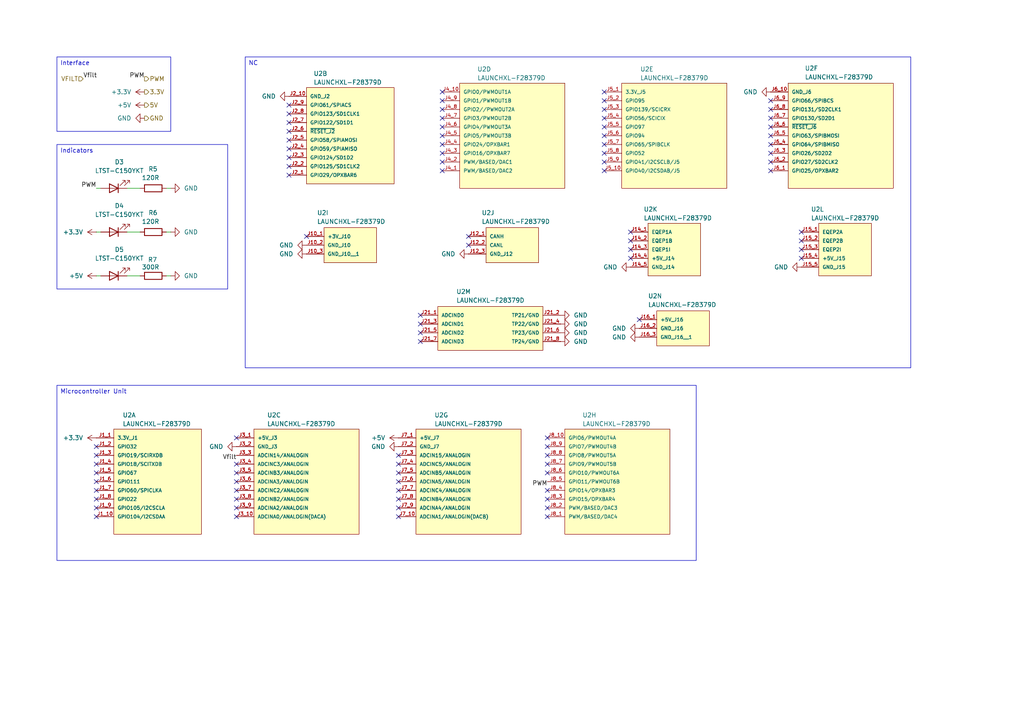
<source format=kicad_sch>
(kicad_sch (version 20231120) (generator "eeschema") (generator_version "8.0")
  (paper "A4")
  (title_block (title "Nuclear Buck Converter") (date "2025-02-24") (rev "1") (company "University of Windsor") (comment 1 "Sahana Jayatilaka") (comment 2 "Gavin Feher") (comment 3 "Collin O'Brien"))
  (lib_symbols
    (symbol "Device:LED" (pin_numbers hide) (pin_names (offset 1.016) hide)
      (property "Reference" "D" (at 0 2.54 0))
      (property "Value" "LED" (at 0 -2.54 0))
      (symbol "LED_0_1"
        (polyline (pts (xy -1.27 -1.27) (xy -1.27 1.27)) (stroke (width 0.254)))
        (polyline (pts (xy -1.27 0) (xy 1.27 0)))
        (polyline (pts (xy 1.27 -1.27) (xy 1.27 1.27) (xy -1.27 0) (xy 1.27 -1.27)) (stroke (width 0.254)))
        (polyline (pts (xy -3.048 -0.762) (xy -4.572 -2.286) (xy -3.81 -2.286) (xy -4.572 -2.286) (xy -4.572 -1.524)))
        (polyline (pts (xy -1.778 -0.762) (xy -3.302 -2.286) (xy -2.54 -2.286) (xy -3.302 -2.286) (xy -3.302 -1.524)))
      )
      (symbol "LED_1_1"
        (pin passive line (at -3.81 0 0) (length 2.54) (name "K") (number "1"))
        (pin passive line (at 3.81 0 180) (length 2.54) (name "A") (number "2"))
      )
    )
    (symbol "Device:R" (pin_numbers hide) (pin_names (offset 0))
      (property "Reference" "R" (at 2.032 0 90))
      (property "Value" "R" (at 0 0 90))
      (symbol "R_0_1"
        (rectangle (start -1.016 -2.54) (end 1.016 2.54) (stroke (width 0.254)))
      )
      (symbol "R_1_1"
        (pin passive line (at 0 3.81 270) (length 1.27) (name "~") (number "1"))
        (pin passive line (at 0 -3.81 90) (length 1.27) (name "~") (number "2"))
      )
    )
    (symbol "LAUNCHXL-F28379D:LAUNCHXL-F28379D" (pin_names (offset 1.016))
      (property "Reference" "U" (at -12.2428 15.9258 0))
      (property "Value" "LAUNCHXL-F28379D" (at -12.7 -17.272 0))
      (symbol "LAUNCHXL-F28379D_1_0"
        (rectangle (start -12.7 -15.24) (end 12.7 15.24) (stroke (width 0.1524)) (fill (type background)))
        (pin power_in line (at -17.78 12.7 0) (length 5.08) (name "3.3V_J1") (number "J1_1"))
        (pin bidirectional line (at -17.78 -10.16 0) (length 5.08) (name "GPIO104/I2CSDAA") (number "J1_10"))
        (pin bidirectional line (at -17.78 10.16 0) (length 5.08) (name "GPIO32") (number "J1_2"))
        (pin bidirectional line (at -17.78 7.62 0) (length 5.08) (name "GPIO19/SCIRXDB") (number "J1_3"))
        (pin bidirectional line (at -17.78 5.08 0) (length 5.08) (name "GPIO18/SCITXDB") (number "J1_4"))
        (pin bidirectional line (at -17.78 2.54 0) (length 5.08) (name "GPIO67") (number "J1_5"))
        (pin bidirectional line (at -17.78 0 0) (length 5.08) (name "GPIO111") (number "J1_6"))
        (pin bidirectional line (at -17.78 -2.54 0) (length 5.08) (name "GPIO60/SPICLKA") (number "J1_7"))
        (pin bidirectional line (at -17.78 -5.08 0) (length 5.08) (name "GPIO22") (number "J1_8"))
        (pin bidirectional line (at -17.78 -7.62 0) (length 5.08) (name "GPIO105/I2CSCLA") (number "J1_9"))
      )
      (symbol "LAUNCHXL-F28379D_2_0"
        (rectangle (start -12.7 -12.7) (end 12.7 15.24) (stroke (width 0.1524)) (fill (type background)))
        (pin bidirectional line (at -17.78 -10.16 0) (length 5.08) (name "GPIO29/OPXBAR6") (number "J2_1"))
        (pin power_in line (at -17.78 12.7 0) (length 5.08) (name "GND_J2") (number "J2_10"))
        (pin bidirectional line (at -17.78 -7.62 0) (length 5.08) (name "GPIO125/SD1CLK2") (number "J2_2"))
        (pin bidirectional line (at -17.78 -5.08 0) (length 5.08) (name "GPIO124/SD1D2") (number "J2_3"))
        (pin bidirectional line (at -17.78 -2.54 0) (length 5.08) (name "GPIO59/SPIAMISO") (number "J2_4"))
        (pin bidirectional line (at -17.78 0 0) (length 5.08) (name "GPIO58/SPIAMOSI") (number "J2_5"))
        (pin bidirectional line (at -17.78 2.54 0) (length 5.08) (name "~{RESET_J2}") (number "J2_6"))
        (pin bidirectional line (at -17.78 5.08 0) (length 5.08) (name "GPIO122/SD1D1") (number "J2_7"))
        (pin bidirectional line (at -17.78 7.62 0) (length 5.08) (name "GPIO123/SD1CLK1") (number "J2_8"))
        (pin bidirectional line (at -17.78 10.16 0) (length 5.08) (name "GPIO61/SPIACS") (number "J2_9"))
      )
      (symbol "LAUNCHXL-F28379D_3_0"
        (rectangle (start -15.24 -15.24) (end 15.24 15.24) (stroke (width 0.1524)) (fill (type background)))
        (pin power_in line (at -20.32 12.7 0) (length 5.08) (name "+5V_J3") (number "J3_1"))
        (pin bidirectional line (at -20.32 -10.16 0) (length 5.08) (name "ADCINA0/ANALOGIN(DACA)") (number "J3_10"))
        (pin power_in line (at -20.32 10.16 0) (length 5.08) (name "GND_J3") (number "J3_2"))
        (pin bidirectional line (at -20.32 7.62 0) (length 5.08) (name "ADCIN14/ANALOGIN") (number "J3_3"))
        (pin bidirectional line (at -20.32 5.08 0) (length 5.08) (name "ADCINC3/ANALOGIN") (number "J3_4"))
        (pin bidirectional line (at -20.32 2.54 0) (length 5.08) (name "ADCINB3/ANALOGIN") (number "J3_5"))
        (pin bidirectional line (at -20.32 0 0) (length 5.08) (name "ADCINA3/ANALOGIN") (number "J3_6"))
        (pin bidirectional line (at -20.32 -2.54 0) (length 5.08) (name "ADCINC2/ANALOGIN") (number "J3_7"))
        (pin bidirectional line (at -20.32 -5.08 0) (length 5.08) (name "ADCINB2/ANALOGIN") (number "J3_8"))
        (pin bidirectional line (at -20.32 -7.62 0) (length 5.08) (name "ADCINA2/ANALOGIN") (number "J3_9"))
      )
      (symbol "LAUNCHXL-F28379D_4_0"
        (rectangle (start -15.24 -15.24) (end 15.24 15.24) (stroke (width 0.1524)) (fill (type background)))
        (pin bidirectional line (at -20.32 -10.16 0) (length 5.08) (name "PWM/BASED/DAC2") (number "J4_1"))
        (pin bidirectional line (at -20.32 12.7 0) (length 5.08) (name "GPIO0/PWMOUT1A") (number "J4_10"))
        (pin bidirectional line (at -20.32 -7.62 0) (length 5.08) (name "PWM/BASED/DAC1") (number "J4_2"))
        (pin bidirectional line (at -20.32 -5.08 0) (length 5.08) (name "GPIO16/OPXBAR7") (number "J4_3"))
        (pin bidirectional line (at -20.32 -2.54 0) (length 5.08) (name "GPIO24/OPXBAR1") (number "J4_4"))
        (pin bidirectional line (at -20.32 0 0) (length 5.08) (name "GPIO5/PWMOUT3B") (number "J4_5"))
        (pin bidirectional line (at -20.32 2.54 0) (length 5.08) (name "GPIO4/PWMOUT3A") (number "J4_6"))
        (pin bidirectional line (at -20.32 5.08 0) (length 5.08) (name "GPIO3/PWMOUT2B") (number "J4_7"))
        (pin bidirectional line (at -20.32 7.62 0) (length 5.08) (name "GPIO2//PWMOUT2A") (number "J4_8"))
        (pin bidirectional line (at -20.32 10.16 0) (length 5.08) (name "GPIO1/PWMOUT1B") (number "J4_9"))
      )
      (symbol "LAUNCHXL-F28379D_5_0"
        (rectangle (start -15.24 -15.24) (end 15.24 15.24) (stroke (width 0.1524)) (fill (type background)))
        (pin power_in line (at -20.32 12.7 0) (length 5.08) (name "3.3V_J5") (number "J5_1"))
        (pin bidirectional line (at -20.32 -10.16 0) (length 5.08) (name "GPIO40/I2CSDAB/J5") (number "J5_10"))
        (pin bidirectional line (at -20.32 10.16 0) (length 5.08) (name "GPIO95") (number "J5_2"))
        (pin bidirectional line (at -20.32 7.62 0) (length 5.08) (name "GPIO139/SCICRX") (number "J5_3"))
        (pin bidirectional line (at -20.32 5.08 0) (length 5.08) (name "GPIO56/SCICIX") (number "J5_4"))
        (pin bidirectional line (at -20.32 2.54 0) (length 5.08) (name "GPIO97") (number "J5_5"))
        (pin bidirectional line (at -20.32 0 0) (length 5.08) (name "GPIO94") (number "J5_6"))
        (pin bidirectional line (at -20.32 -2.54 0) (length 5.08) (name "GPIO65/SPIBCLK") (number "J5_7"))
        (pin bidirectional line (at -20.32 -5.08 0) (length 5.08) (name "GPIO52") (number "J5_8"))
        (pin bidirectional line (at -20.32 -7.62 0) (length 5.08) (name "GPIO41/I2CSCLB/J5") (number "J5_9"))
      )
      (symbol "LAUNCHXL-F28379D_6_0"
        (rectangle (start -15.24 -15.24) (end 15.24 15.24) (stroke (width 0.1524)) (fill (type background)))
        (pin bidirectional line (at -20.32 -10.16 0) (length 5.08) (name "GPIO25/OPXBAR2") (number "J6_1"))
        (pin power_in line (at -20.32 12.7 0) (length 5.08) (name "GND_J6") (number "J6_10"))
        (pin bidirectional line (at -20.32 -7.62 0) (length 5.08) (name "GPIO27/SD2CLK2") (number "J6_2"))
        (pin bidirectional line (at -20.32 -5.08 0) (length 5.08) (name "GPIO26/SD2D2") (number "J6_3"))
        (pin bidirectional line (at -20.32 -2.54 0) (length 5.08) (name "GPIO64/SPIBMISO") (number "J6_4"))
        (pin bidirectional line (at -20.32 0 0) (length 5.08) (name "GPIO63/SPIBMOSI") (number "J6_5"))
        (pin bidirectional line (at -20.32 2.54 0) (length 5.08) (name "~{RESET_J6}") (number "J6_6"))
        (pin bidirectional line (at -20.32 5.08 0) (length 5.08) (name "GPIO130/SD2D1") (number "J6_7"))
        (pin bidirectional line (at -20.32 7.62 0) (length 5.08) (name "GPIO131/SD2CLK1") (number "J6_8"))
        (pin bidirectional line (at -20.32 10.16 0) (length 5.08) (name "GPIO66/SPIBCS") (number "J6_9"))
      )
      (symbol "LAUNCHXL-F28379D_7_0"
        (rectangle (start -15.24 -15.24) (end 15.24 15.24) (stroke (width 0.1524)) (fill (type background)))
        (pin power_in line (at -20.32 12.7 0) (length 5.08) (name "+5V_J7") (number "J7_1"))
        (pin bidirectional line (at -20.32 -10.16 0) (length 5.08) (name "ADCINA1/ANALOGIN(DACB)") (number "J7_10"))
        (pin power_in line (at -20.32 10.16 0) (length 5.08) (name "GND_J7") (number "J7_2"))
        (pin bidirectional line (at -20.32 7.62 0) (length 5.08) (name "ADCIN15/ANALOGIN") (number "J7_3"))
        (pin bidirectional line (at -20.32 5.08 0) (length 5.08) (name "ADCINC5/ANALOGIN") (number "J7_4"))
        (pin bidirectional line (at -20.32 2.54 0) (length 5.08) (name "ADCINB5/ANALOGIN") (number "J7_5"))
        (pin bidirectional line (at -20.32 0 0) (length 5.08) (name "ADCINA5/ANALOGIN") (number "J7_6"))
        (pin bidirectional line (at -20.32 -2.54 0) (length 5.08) (name "ADCINC4/ANALOGIN") (number "J7_7"))
        (pin bidirectional line (at -20.32 -5.08 0) (length 5.08) (name "ADCINB4/ANALOGIN") (number "J7_8"))
        (pin bidirectional line (at -20.32 -7.62 0) (length 5.08) (name "ADCINA4/ANALOGIN") (number "J7_9"))
      )
      (symbol "LAUNCHXL-F28379D_8_0"
        (rectangle (start -15.24 -15.24) (end 15.24 15.24) (stroke (width 0.1524)) (fill (type background)))
        (pin bidirectional line (at -20.32 -10.16 0) (length 5.08) (name "PWM/BASED/DAC4") (number "J8_1"))
        (pin bidirectional line (at -20.32 12.7 0) (length 5.08) (name "GPIO6/PWMOUT4A") (number "J8_10"))
        (pin bidirectional line (at -20.32 -7.62 0) (length 5.08) (name "PWM/BASED/DAC3") (number "J8_2"))
        (pin bidirectional line (at -20.32 -5.08 0) (length 5.08) (name "GPIO15/OPXBAR4") (number "J8_3"))
        (pin bidirectional line (at -20.32 -2.54 0) (length 5.08) (name "GPIO14/OPXBAR3") (number "J8_4"))
        (pin bidirectional line (at -20.32 0 0) (length 5.08) (name "GPIO11/PWMOUT6B") (number "J8_5"))
        (pin bidirectional line (at -20.32 2.54 0) (length 5.08) (name "GPIO10/PWMOUT6A") (number "J8_6"))
        (pin bidirectional line (at -20.32 5.08 0) (length 5.08) (name "GPIO9/PWMOUT5B") (number "J8_7"))
        (pin bidirectional line (at -20.32 7.62 0) (length 5.08) (name "GPIO8/PWMOUT5A") (number "J8_8"))
        (pin bidirectional line (at -20.32 10.16 0) (length 5.08) (name "GPIO7/PWMOUT4B") (number "J8_9"))
      )
      (symbol "LAUNCHXL-F28379D_9_0"
        (rectangle (start -7.62 -7.62) (end 7.62 2.54) (stroke (width 0.1524)) (fill (type background)))
        (pin power_in line (at -12.7 0 0) (length 5.08) (name "+3V_J10") (number "J10_1"))
        (pin power_in line (at -12.7 -2.54 0) (length 5.08) (name "GND_J10") (number "J10_2"))
        (pin power_in line (at -12.7 -5.08 0) (length 5.08) (name "GND_J10__1") (number "J10_3"))
      )
      (symbol "LAUNCHXL-F28379D_10_0"
        (rectangle (start -7.62 -5.08) (end 7.62 5.08) (stroke (width 0.1524)) (fill (type background)))
        (pin bidirectional line (at -12.7 2.54 0) (length 5.08) (name "CANH") (number "J12_1"))
        (pin bidirectional line (at -12.7 0 0) (length 5.08) (name "CANL") (number "J12_2"))
        (pin power_in line (at -12.7 -2.54 0) (length 5.08) (name "GND_J12") (number "J12_3"))
      )
      (symbol "LAUNCHXL-F28379D_11_0"
        (rectangle (start -7.62 -7.62) (end 7.62 7.62) (stroke (width 0.1524)) (fill (type background)))
        (pin bidirectional line (at -12.7 5.08 0) (length 5.08) (name "EQEP1A") (number "J14_1"))
        (pin bidirectional line (at -12.7 2.54 0) (length 5.08) (name "EQEP1B") (number "J14_2"))
        (pin bidirectional line (at -12.7 0 0) (length 5.08) (name "EQEP1I") (number "J14_3"))
        (pin power_in line (at -12.7 -2.54 0) (length 5.08) (name "+5V_J14") (number "J14_4"))
        (pin power_in line (at -12.7 -5.08 0) (length 5.08) (name "GND_J14") (number "J14_5"))
      )
      (symbol "LAUNCHXL-F28379D_12_0"
        (rectangle (start -7.62 -7.62) (end 7.62 7.62) (stroke (width 0.1524)) (fill (type background)))
        (pin bidirectional line (at -12.7 5.08 0) (length 5.08) (name "EQEP2A") (number "J15_1"))
        (pin bidirectional line (at -12.7 2.54 0) (length 5.08) (name "EQEP2B") (number "J15_2"))
        (pin bidirectional line (at -12.7 0 0) (length 5.08) (name "EQEP2I") (number "J15_3"))
        (pin power_in line (at -12.7 -2.54 0) (length 5.08) (name "+5V_J15") (number "J15_4"))
        (pin power_in line (at -12.7 -5.08 0) (length 5.08) (name "GND_J15") (number "J15_5"))
      )
      (symbol "LAUNCHXL-F28379D_13_0"
        (rectangle (start -15.24 -7.62) (end 15.24 5.08) (stroke (width 0.1524)) (fill (type background)))
        (pin input line (at -20.32 2.54 0) (length 5.08) (name "ADCIND0") (number "J21_1"))
        (pin power_in line (at 20.32 2.54 180) (length 5.08) (name "TP21/GND") (number "J21_2"))
        (pin input line (at -20.32 0 0) (length 5.08) (name "ADCIND1") (number "J21_3"))
        (pin power_in line (at 20.32 0 180) (length 5.08) (name "TP22/GND") (number "J21_4"))
        (pin input line (at -20.32 -2.54 0) (length 5.08) (name "ADCIND2") (number "J21_5"))
        (pin power_in line (at 20.32 -2.54 180) (length 5.08) (name "TP23/GND") (number "J21_6"))
        (pin input line (at -20.32 -5.08 0) (length 5.08) (name "ADCIND3") (number "J21_7"))
        (pin power_in line (at 20.32 -5.08 180) (length 5.08) (name "TP24/GND") (number "J21_8"))
      )
      (symbol "LAUNCHXL-F28379D_14_0"
        (rectangle (start -7.62 -5.08) (end 7.62 5.08) (stroke (width 0.1524)) (fill (type background)))
        (pin power_in line (at -12.7 2.54 0) (length 5.08) (name "+5V_J16") (number "J16_1"))
        (pin power_in line (at -12.7 0 0) (length 5.08) (name "GND_J16") (number "J16_2"))
        (pin power_in line (at -12.7 -2.54 0) (length 5.08) (name "GND_J16__1") (number "J16_3"))
      )
    )
    (symbol "power:+3.3V" (power) (pin_numbers hide) (pin_names (offset 0) hide)
      (property "Value" "+3.3V" (at 0 3.556 0))
      (symbol "+3.3V_0_1"
        (polyline (pts (xy -0.762 1.27) (xy 0 2.54)))
        (polyline (pts (xy 0 0) (xy 0 2.54)))
        (polyline (pts (xy 0 2.54) (xy 0.762 1.27)))
      )
      (symbol "+3.3V_1_1"
        (pin power_in line (at 0 0 90) (length 0) (name "~") (number "1"))
      )
    )
    (symbol "power:+5V" (power) (pin_numbers hide) (pin_names (offset 0) hide)
      (property "Value" "+5V" (at 0 3.556 0))
      (symbol "+5V_0_1"
        (polyline (pts (xy -0.762 1.27) (xy 0 2.54)))
        (polyline (pts (xy 0 0) (xy 0 2.54)))
        (polyline (pts (xy 0 2.54) (xy 0.762 1.27)))
      )
      (symbol "+5V_1_1"
        (pin power_in line (at 0 0 90) (length 0) (name "~") (number "1"))
      )
    )
    (symbol "power:GND" (power) (pin_numbers hide) (pin_names (offset 0) hide)
      (property "Value" "GND" (at 0 -3.81 0))
      (symbol "GND_0_1"
        (polyline (pts (xy 0 0) (xy 0 -1.27) (xy 1.27 -1.27) (xy 0 -2.54) (xy -1.27 -1.27) (xy 0 -1.27)))
      )
      (symbol "GND_1_1"
        (pin power_in line (at 0 0 270) (length 0) (name "~") (number "1"))
      )
    )
  )
  (no_connect (at 115.57 147.32))
  (no_connect (at 115.57 142.24))
  (no_connect (at 128.27 41.91))
  (no_connect (at 128.27 49.53))
  (no_connect (at 83.82 35.56))
  (no_connect (at 182.88 74.93))
  (no_connect (at 182.88 72.39))
  (no_connect (at 68.58 134.62))
  (no_connect (at 83.82 48.26))
  (no_connect (at 158.75 127))
  (no_connect (at 128.27 46.99))
  (no_connect (at 182.88 67.31))
  (no_connect (at 182.88 69.85))
  (no_connect (at 232.41 67.31))
  (no_connect (at 27.94 129.54))
  (no_connect (at 175.26 29.21))
  (no_connect (at 83.82 43.18))
  (no_connect (at 175.26 34.29))
  (no_connect (at 68.58 127))
  (no_connect (at 83.82 40.64))
  (no_connect (at 128.27 34.29))
  (no_connect (at 68.58 149.86))
  (no_connect (at 223.52 49.53))
  (no_connect (at 175.26 26.67))
  (no_connect (at 128.27 31.75))
  (no_connect (at 68.58 147.32))
  (no_connect (at 158.75 137.16))
  (no_connect (at 115.57 139.7))
  (no_connect (at 128.27 26.67))
  (no_connect (at 158.75 149.86))
  (no_connect (at 135.89 71.12))
  (no_connect (at 115.57 144.78))
  (no_connect (at 185.42 92.71))
  (no_connect (at 223.52 39.37))
  (no_connect (at 158.75 129.54))
  (no_connect (at 27.94 132.08))
  (no_connect (at 115.57 137.16))
  (no_connect (at 27.94 142.24))
  (no_connect (at 83.82 30.48))
  (no_connect (at 115.57 134.62))
  (no_connect (at 121.92 96.52))
  (no_connect (at 175.26 44.45))
  (no_connect (at 83.82 50.8))
  (no_connect (at 27.94 144.78))
  (no_connect (at 175.26 41.91))
  (no_connect (at 158.75 144.78))
  (no_connect (at 223.52 44.45))
  (no_connect (at 121.92 99.06))
  (no_connect (at 68.58 144.78))
  (no_connect (at 88.9 68.58))
  (no_connect (at 223.52 29.21))
  (no_connect (at 27.94 137.16))
  (no_connect (at 158.75 147.32))
  (no_connect (at 83.82 33.02))
  (no_connect (at 175.26 39.37))
  (no_connect (at 158.75 134.62))
  (no_connect (at 223.52 34.29))
  (no_connect (at 232.41 72.39))
  (no_connect (at 175.26 31.75))
  (no_connect (at 83.82 38.1))
  (no_connect (at 128.27 39.37))
  (no_connect (at 175.26 36.83))
  (no_connect (at 68.58 137.16))
  (no_connect (at 68.58 139.7))
  (no_connect (at 83.82 45.72))
  (no_connect (at 121.92 93.98))
  (no_connect (at 115.57 149.86))
  (no_connect (at 121.92 91.44))
  (no_connect (at 232.41 69.85))
  (no_connect (at 27.94 147.32))
  (no_connect (at 135.89 68.58))
  (no_connect (at 128.27 29.21))
  (no_connect (at 223.52 41.91))
  (no_connect (at 223.52 46.99))
  (no_connect (at 158.75 132.08))
  (no_connect (at 115.57 132.08))
  (no_connect (at 175.26 46.99))
  (no_connect (at 158.75 142.24))
  (no_connect (at 223.52 31.75))
  (no_connect (at 27.94 139.7))
  (no_connect (at 27.94 134.62))
  (no_connect (at 232.41 74.93))
  (no_connect (at 223.52 36.83))
  (no_connect (at 175.26 49.53))
  (no_connect (at 27.94 149.86))
  (no_connect (at 128.27 44.45))
  (no_connect (at 128.27 36.83))
  (no_connect (at 68.58 142.24))
  (wire (pts (xy 48.26 67.31) (xy 49.53 67.31)))
  (wire (pts (xy 49.53 80.01) (xy 48.26 80.01)))
  (wire (pts (xy 49.53 54.61) (xy 48.26 54.61)))
  (wire (pts (xy 36.83 67.31) (xy 40.64 67.31)))
  (wire (pts (xy 27.94 67.31) (xy 29.21 67.31)))
  (wire (pts (xy 36.83 54.61) (xy 40.64 54.61)))
  (wire (pts (xy 36.83 80.01) (xy 40.64 80.01)))
  (wire (pts (xy 27.94 54.61) (xy 29.21 54.61)))
  (wire (pts (xy 27.94 80.01) (xy 29.21 80.01)))
  (text_box "Indicators" (at 16.51 41.91 0) (size 49.53 41.91) (effects (font (size 1.27 1.27)) (justify left top)))
  (text_box "NC" (at 71.12 16.51 0) (size 193.04 90.17) (effects (font (size 1.27 1.27)) (justify left top)))
  (text_box "Interface\n" (at 16.51 16.51 0) (size 33.02 21.59) (effects (font (size 1.27 1.27)) (justify left top)))
  (text_box "Microcontroller Unit" (at 16.51 111.76 0) (size 185.42 50.8) (effects (font (size 1.27 1.27)) (justify left top)))
  (label "PWM" (at 41.91 22.86 180))
  (label "PWM" (at 158.75 139.7 180))
  (label "PWM" (at 27.94 54.61 180))
  (label "Vfilt" (at 24.13 22.86 0))
  (label "Vfilt" (at 68.58 132.08 180))
  (hierarchical_label "PWM" (shape output) (at 41.91 22.86 0))
  (hierarchical_label "GND" (shape output) (at 41.91 34.29 0))
  (hierarchical_label "3.3V" (shape output) (at 41.91 26.67 0))
  (hierarchical_label "VFILT" (shape input) (at 24.13 22.86 180))
  (hierarchical_label "5V" (shape output) (at 41.91 30.48 0))
  (symbol (lib_id "power:+5V") (at 115.57 127 90) (unit 1)
    (property "Reference" "#PWR022" (effects (hide yes)))
    (property "Value" "+5V" (at 111.76 126.9999 90) (effects (justify left)))
    (property "Description" "Power symbol creates a global label with name \"+5V\"" (effects (hide yes)))
  )
  (symbol (lib_id "power:GND") (at 49.53 67.31 90) (unit 1)
    (property "Reference" "#PWR046" (effects (hide yes)))
    (property "Value" "GND" (at 53.34 67.3099 90) (effects (justify right)))
    (property "Description" "Power symbol creates a global label with name \"GND\" , ground" (effects (hide yes)))
  )
  (symbol (lib_id "power:GND") (at 49.53 80.01 90) (unit 1)
    (property "Reference" "#PWR045" (effects (hide yes)))
    (property "Value" "GND" (at 53.34 80.0099 90) (effects (justify right)))
    (property "Description" "Power symbol creates a global label with name \"GND\" , ground" (effects (hide yes)))
  )
  (symbol (lib_id "Device:LED") (at 33.02 80.01 180) (unit 1)
    (property "Reference" "D5" (at 34.6075 72.39 0))
    (property "Value" "LTST-C150YKT" (at 34.6075 74.93 0))
    (property "Footprint" "LED_SMD:LED_1206_3216Metric_Pad1.42x1.75mm_HandSolder" (effects (hide yes)))
    (property "Datasheet" "https://mm.digikey.com/Volume0/opasdata/d220001/medias/docus/1000/LTST-C150YKT.pdf" (effects (hide yes)))
    (property "Description" "Yellow LED" (effects (hide yes)))
    (property "Part Number" "LTST-C150YKT" (effects (hide yes)))
  )
  (symbol (lib_id "Device:LED") (at 33.02 54.61 180) (unit 1)
    (property "Reference" "D3" (at 34.6075 46.99 0))
    (property "Value" "LTST-C150YKT" (at 34.6075 49.53 0))
    (property "Footprint" "LED_SMD:LED_1206_3216Metric_Pad1.42x1.75mm_HandSolder" (effects (hide yes)))
    (property "Datasheet" "https://mm.digikey.com/Volume0/opasdata/d220001/medias/docus/1000/LTST-C150YKT.pdf" (effects (hide yes)))
    (property "Description" "Yellow LED" (effects (hide yes)))
    (property "Part Number" "LTST-C150YKT" (effects (hide yes)))
  )
  (symbol (lib_id "Device:R") (at 44.45 80.01 90) (unit 1)
    (property "Reference" "R7" (at 45.593 75.3109 90) (effects (justify left)))
    (property "Value" "300R" (at 46.228 77.47 90) (effects (justify left)))
    (property "Footprint" "Resistor_SMD:R_0805_2012Metric_Pad1.20x1.40mm_HandSolder" (effects (hide yes)))
    (property "Datasheet" "https://www.seielect.com/catalog/sei-rmcf_rmcp.pdf" (effects (hide yes)))
    (property "Description" "Resistor" (effects (hide yes)))
    (property "Part Number" "RMCF0805JT300R" (effects (hide yes)))
  )
  (symbol (lib_id "LAUNCHXL-F28379D:LAUNCHXL-F28379D") (at 101.6 40.64 0) (unit 2)
    (property "Reference" "U2" (at 90.932 21.336 0) (effects (justify left)))
    (property "Value" "LAUNCHXL-F28379D" (at 90.932 23.876 0) (effects (justify left)))
    (property "Footprint" "LAUNCHXL-F28379D:MOD_LAUNCHXL-F28379D" (effects (hide yes)))
    (property "Datasheet" "https://www.ti.com/lit/ug/sprui77c/sprui77c.pdf?ts=1740044994305&ref_url=https%253A%252F%252Fwww.ti.com%252Ftool%252FLAUNCHXL-F28379D" (effects (hide yes)))
    (property "Description" "MCU Board" (effects (hide yes)))
    (property "PARTREV" "2.0" (effects (hide yes)))
    (property "STANDARD" "Manufacturer Recommendations" (effects (hide yes)))
    (property "MANUFACTURER" "Texas Instruments" (effects (hide yes)))
    (property "Part Number" "LAUNCHXL-F28379D" (effects (hide yes)))
  )
  (symbol (lib_id "power:GND") (at 115.57 129.54 270) (unit 1)
    (property "Reference" "#PWR035" (effects (hide yes)))
    (property "Value" "GND" (at 111.76 129.5399 90) (effects (justify right)))
    (property "Description" "Power symbol creates a global label with name \"GND\" , ground" (effects (hide yes)))
  )
  (symbol (lib_id "LAUNCHXL-F28379D:LAUNCHXL-F28379D") (at 142.24 93.98 0) (unit 13)
    (property "Reference" "U2" (at 132.334 84.582 0) (effects (justify left)))
    (property "Value" "LAUNCHXL-F28379D" (at 132.334 87.122 0) (effects (justify left)))
    (property "Footprint" "LAUNCHXL-F28379D:MOD_LAUNCHXL-F28379D" (effects (hide yes)))
    (property "Datasheet" "https://www.ti.com/lit/ug/sprui77c/sprui77c.pdf?ts=1740044994305&ref_url=https%253A%252F%252Fwww.ti.com%252Ftool%252FLAUNCHXL-F28379D" (effects (hide yes)))
    (property "Description" "MCU Board" (effects (hide yes)))
    (property "PARTREV" "2.0" (effects (hide yes)))
    (property "STANDARD" "Manufacturer Recommendations" (effects (hide yes)))
    (property "MANUFACTURER" "Texas Instruments" (effects (hide yes)))
    (property "Part Number" "LAUNCHXL-F28379D" (effects (hide yes)))
  )
  (symbol (lib_id "power:+3.3V") (at 27.94 67.31 90) (unit 1)
    (property "Reference" "#PWR049" (effects (hide yes)))
    (property "Value" "+3.3V" (at 24.13 67.3099 90) (effects (justify left)))
    (property "Description" "Power symbol creates a global label with name \"+3.3V\"" (effects (hide yes)))
  )
  (symbol (lib_id "power:GND") (at 135.89 73.66 270) (unit 1)
    (property "Reference" "#PWR032" (effects (hide yes)))
    (property "Value" "GND" (at 132.08 73.6599 90) (effects (justify right)))
    (property "Description" "Power symbol creates a global label with name \"GND\" , ground" (effects (hide yes)))
  )
  (symbol (lib_id "power:GND") (at 88.9 73.66 270) (unit 1)
    (property "Reference" "#PWR030" (effects (hide yes)))
    (property "Value" "GND" (at 85.09 73.6599 90) (effects (justify right)))
    (property "Description" "Power symbol creates a global label with name \"GND\" , ground" (effects (hide yes)))
  )
  (symbol (lib_id "Device:R") (at 44.45 67.31 90) (unit 1)
    (property "Reference" "R6" (at 45.72 61.722 90) (effects (justify left)))
    (property "Value" "120R" (at 46.228 64.262 90) (effects (justify left)))
    (property "Footprint" "Resistor_SMD:R_0805_2012Metric_Pad1.20x1.40mm_HandSolder" (effects (hide yes)))
    (property "Datasheet" "https://www.seielect.com/catalog/sei-rmcf_rmcp.pdf" (effects (hide yes)))
    (property "Description" "Resistor" (effects (hide yes)))
    (property "Part Number" "RMCF0805FT120R" (effects (hide yes)))
  )
  (symbol (lib_id "LAUNCHXL-F28379D:LAUNCHXL-F28379D") (at 101.6 68.58 0) (unit 9)
    (property "Reference" "U2" (at 91.948 61.722 0) (effects (justify left)))
    (property "Value" "LAUNCHXL-F28379D" (at 91.948 64.262 0) (effects (justify left)))
    (property "Footprint" "LAUNCHXL-F28379D:MOD_LAUNCHXL-F28379D" (effects (hide yes)))
    (property "Datasheet" "https://www.ti.com/lit/ug/sprui77c/sprui77c.pdf?ts=1740044994305&ref_url=https%253A%252F%252Fwww.ti.com%252Ftool%252FLAUNCHXL-F28379D" (effects (hide yes)))
    (property "Description" "MCU Board" (effects (hide yes)))
    (property "PARTREV" "2.0" (effects (hide yes)))
    (property "STANDARD" "Manufacturer Recommendations" (effects (hide yes)))
    (property "MANUFACTURER" "Texas Instruments" (effects (hide yes)))
    (property "Part Number" "LAUNCHXL-F28379D" (effects (hide yes)))
  )
  (symbol (lib_id "LAUNCHXL-F28379D:LAUNCHXL-F28379D") (at 198.12 95.25 0) (unit 14)
    (property "Reference" "U2" (at 187.96 85.852 0) (effects (justify left)))
    (property "Value" "LAUNCHXL-F28379D" (at 187.96 88.392 0) (effects (justify left)))
    (property "Footprint" "LAUNCHXL-F28379D:MOD_LAUNCHXL-F28379D" (effects (hide yes)))
    (property "Datasheet" "https://www.ti.com/lit/ug/sprui77c/sprui77c.pdf?ts=1740044994305&ref_url=https%253A%252F%252Fwww.ti.com%252Ftool%252FLAUNCHXL-F28379D" (effects (hide yes)))
    (property "Description" "MCU Board" (effects (hide yes)))
    (property "PARTREV" "2.0" (effects (hide yes)))
    (property "STANDARD" "Manufacturer Recommendations" (effects (hide yes)))
    (property "MANUFACTURER" "Texas Instruments" (effects (hide yes)))
    (property "Part Number" "LAUNCHXL-F28379D" (effects (hide yes)))
  )
  (symbol (lib_id "power:GND") (at 185.42 95.25 270) (unit 1)
    (property "Reference" "#PWR029" (effects (hide yes)))
    (property "Value" "GND" (at 181.61 95.2499 90) (effects (justify right)))
    (property "Description" "Power symbol creates a global label with name \"GND\" , ground" (effects (hide yes)))
  )
  (symbol (lib_id "LAUNCHXL-F28379D:LAUNCHXL-F28379D") (at 195.58 39.37 0) (unit 5)
    (property "Reference" "U2" (at 185.674 20.066 0) (effects (justify left)))
    (property "Value" "LAUNCHXL-F28379D" (at 185.674 22.606 0) (effects (justify left)))
    (property "Footprint" "LAUNCHXL-F28379D:MOD_LAUNCHXL-F28379D" (effects (hide yes)))
    (property "Datasheet" "https://www.ti.com/lit/ug/sprui77c/sprui77c.pdf?ts=1740044994305&ref_url=https%253A%252F%252Fwww.ti.com%252Ftool%252FLAUNCHXL-F28379D" (effects (hide yes)))
    (property "Description" "MCU Board" (effects (hide yes)))
    (property "PARTREV" "2.0" (effects (hide yes)))
    (property "STANDARD" "Manufacturer Recommendations" (effects (hide yes)))
    (property "MANUFACTURER" "Texas Instruments" (effects (hide yes)))
    (property "Part Number" "LAUNCHXL-F28379D" (effects (hide yes)))
  )
  (symbol (lib_id "power:+3.3V") (at 41.91 26.67 90) (unit 1)
    (property "Reference" "#PWR019" (effects (hide yes)))
    (property "Value" "+3.3V" (at 38.1 26.6701 90) (effects (justify left)))
    (property "Description" "Power symbol creates a global label with name \"+3.3V\"" (effects (hide yes)))
  )
  (symbol (lib_id "power:+5V") (at 27.94 80.01 90) (unit 1)
    (property "Reference" "#PWR048" (effects (hide yes)))
    (property "Value" "+5V" (at 24.13 80.0099 90) (effects (justify left)))
    (property "Description" "Power symbol creates a global label with name \"+5V\"" (effects (hide yes)))
  )
  (symbol (lib_id "LAUNCHXL-F28379D:LAUNCHXL-F28379D") (at 148.59 71.12 0) (unit 10)
    (property "Reference" "U2" (at 139.7 61.722 0) (effects (justify left)))
    (property "Value" "LAUNCHXL-F28379D" (at 139.7 64.262 0) (effects (justify left)))
    (property "Footprint" "LAUNCHXL-F28379D:MOD_LAUNCHXL-F28379D" (effects (hide yes)))
    (property "Datasheet" "https://www.ti.com/lit/ug/sprui77c/sprui77c.pdf?ts=1740044994305&ref_url=https%253A%252F%252Fwww.ti.com%252Ftool%252FLAUNCHXL-F28379D" (effects (hide yes)))
    (property "Description" "MCU Board" (effects (hide yes)))
    (property "PARTREV" "2.0" (effects (hide yes)))
    (property "STANDARD" "Manufacturer Recommendations" (effects (hide yes)))
    (property "MANUFACTURER" "Texas Instruments" (effects (hide yes)))
    (property "Part Number" "LAUNCHXL-F28379D" (effects (hide yes)))
  )
  (symbol (lib_id "power:GND") (at 182.88 77.47 270) (unit 1)
    (property "Reference" "#PWR033" (effects (hide yes)))
    (property "Value" "GND" (at 179.07 77.4699 90) (effects (justify right)))
    (property "Description" "Power symbol creates a global label with name \"GND\" , ground" (effects (hide yes)))
  )
  (symbol (lib_id "power:GND") (at 162.56 91.44 90) (unit 1)
    (property "Reference" "#PWR024" (effects (hide yes)))
    (property "Value" "GND" (at 166.37 91.4399 90) (effects (justify right)))
    (property "Description" "Power symbol creates a global label with name \"GND\" , ground" (effects (hide yes)))
  )
  (symbol (lib_id "power:GND") (at 88.9 71.12 270) (unit 1)
    (property "Reference" "#PWR031" (effects (hide yes)))
    (property "Value" "GND" (at 85.09 71.1199 90) (effects (justify right)))
    (property "Description" "Power symbol creates a global label with name \"GND\" , ground" (effects (hide yes)))
  )
  (symbol (lib_id "power:GND") (at 41.91 34.29 270) (unit 1)
    (property "Reference" "#PWR020" (effects (hide yes)))
    (property "Value" "GND" (at 38.1 34.2901 90) (effects (justify right)))
    (property "Description" "Power symbol creates a global label with name \"GND\" , ground" (effects (hide yes)))
  )
  (symbol (lib_id "power:GND") (at 49.53 54.61 90) (unit 1)
    (property "Reference" "#PWR047" (effects (hide yes)))
    (property "Value" "GND" (at 53.34 54.6099 90) (effects (justify right)))
    (property "Description" "Power symbol creates a global label with name \"GND\" , ground" (effects (hide yes)))
  )
  (symbol (lib_id "LAUNCHXL-F28379D:LAUNCHXL-F28379D") (at 45.72 139.7 0) (unit 1)
    (property "Reference" "U2" (at 35.56 120.396 0) (effects (justify left)))
    (property "Value" "LAUNCHXL-F28379D" (at 35.56 122.936 0) (effects (justify left)))
    (property "Footprint" "LAUNCHXL-F28379D:MOD_LAUNCHXL-F28379D" (effects (hide yes)))
    (property "Datasheet" "https://www.ti.com/lit/ug/sprui77c/sprui77c.pdf?ts=1740044994305&ref_url=https%253A%252F%252Fwww.ti.com%252Ftool%252FLAUNCHXL-F28379D" (effects (hide yes)))
    (property "Description" "MCU Board" (effects (hide yes)))
    (property "PARTREV" "2.0" (effects (hide yes)))
    (property "STANDARD" "Manufacturer Recommendations" (effects (hide yes)))
    (property "MANUFACTURER" "Texas Instruments" (effects (hide yes)))
    (property "Part Number" "LAUNCHXL-F28379D" (effects (hide yes)))
  )
  (symbol (lib_id "power:GND") (at 223.52 26.67 270) (unit 1)
    (property "Reference" "#PWR036" (effects (hide yes)))
    (property "Value" "GND" (at 219.71 26.6699 90) (effects (justify right)))
    (property "Description" "Power symbol creates a global label with name \"GND\" , ground" (effects (hide yes)))
  )
  (symbol (lib_id "power:GND") (at 68.58 129.54 270) (unit 1)
    (property "Reference" "#PWR023" (effects (hide yes)))
    (property "Value" "GND" (at 64.77 129.5399 90) (effects (justify right)))
    (property "Description" "Power symbol creates a global label with name \"GND\" , ground" (effects (hide yes)))
  )
  (symbol (lib_id "power:+3.3V") (at 27.94 127 90) (unit 1)
    (property "Reference" "#PWR021" (effects (hide yes)))
    (property "Value" "+3.3V" (at 24.13 126.9999 90) (effects (justify left)))
    (property "Description" "Power symbol creates a global label with name \"+3.3V\"" (effects (hide yes)))
  )
  (symbol (lib_id "power:GND") (at 232.41 77.47 270) (unit 1)
    (property "Reference" "#PWR034" (effects (hide yes)))
    (property "Value" "GND" (at 228.6 77.4699 90) (effects (justify right)))
    (property "Description" "Power symbol creates a global label with name \"GND\" , ground" (effects (hide yes)))
  )
  (symbol (lib_id "LAUNCHXL-F28379D:LAUNCHXL-F28379D") (at 88.9 139.7 0) (unit 3)
    (property "Reference" "U2" (at 77.47 120.396 0) (effects (justify left)))
    (property "Value" "LAUNCHXL-F28379D" (at 77.47 122.936 0) (effects (justify left)))
    (property "Footprint" "LAUNCHXL-F28379D:MOD_LAUNCHXL-F28379D" (effects (hide yes)))
    (property "Datasheet" "https://www.ti.com/lit/ug/sprui77c/sprui77c.pdf?ts=1740044994305&ref_url=https%253A%252F%252Fwww.ti.com%252Ftool%252FLAUNCHXL-F28379D" (effects (hide yes)))
    (property "Description" "MCU Board" (effects (hide yes)))
    (property "PARTREV" "2.0" (effects (hide yes)))
    (property "STANDARD" "Manufacturer Recommendations" (effects (hide yes)))
    (property "MANUFACTURER" "Texas Instruments" (effects (hide yes)))
    (property "Part Number" "LAUNCHXL-F28379D" (effects (hide yes)))
  )
  (symbol (lib_id "LAUNCHXL-F28379D:LAUNCHXL-F28379D") (at 135.89 139.7 0) (unit 7)
    (property "Reference" "U2" (at 125.984 120.396 0) (effects (justify left)))
    (property "Value" "LAUNCHXL-F28379D" (at 125.984 122.936 0) (effects (justify left)))
    (property "Footprint" "LAUNCHXL-F28379D:MOD_LAUNCHXL-F28379D" (effects (hide yes)))
    (property "Datasheet" "https://www.ti.com/lit/ug/sprui77c/sprui77c.pdf?ts=1740044994305&ref_url=https%253A%252F%252Fwww.ti.com%252Ftool%252FLAUNCHXL-F28379D" (effects (hide yes)))
    (property "Description" "MCU Board" (effects (hide yes)))
    (property "PARTREV" "2.0" (effects (hide yes)))
    (property "STANDARD" "Manufacturer Recommendations" (effects (hide yes)))
    (property "MANUFACTURER" "Texas Instruments" (effects (hide yes)))
    (property "Part Number" "LAUNCHXL-F28379D" (effects (hide yes)))
  )
  (symbol (lib_id "LAUNCHXL-F28379D:LAUNCHXL-F28379D") (at 179.07 139.7 0) (unit 8)
    (property "Reference" "U2" (at 168.91 120.396 0) (effects (justify left)))
    (property "Value" "LAUNCHXL-F28379D" (at 168.91 122.936 0) (effects (justify left)))
    (property "Footprint" "LAUNCHXL-F28379D:MOD_LAUNCHXL-F28379D" (effects (hide yes)))
    (property "Datasheet" "https://www.ti.com/lit/ug/sprui77c/sprui77c.pdf?ts=1740044994305&ref_url=https%253A%252F%252Fwww.ti.com%252Ftool%252FLAUNCHXL-F28379D" (effects (hide yes)))
    (property "Description" "MCU Board" (effects (hide yes)))
    (property "PARTREV" "2.0" (effects (hide yes)))
    (property "STANDARD" "Manufacturer Recommendations" (effects (hide yes)))
    (property "MANUFACTURER" "Texas Instruments" (effects (hide yes)))
    (property "Part Number" "LAUNCHXL-F28379D" (effects (hide yes)))
  )
  (symbol (lib_id "power:GND") (at 162.56 96.52 90) (unit 1)
    (property "Reference" "#PWR026" (effects (hide yes)))
    (property "Value" "GND" (at 166.37 96.5199 90) (effects (justify right)))
    (property "Description" "Power symbol creates a global label with name \"GND\" , ground" (effects (hide yes)))
  )
  (symbol (lib_id "power:GND") (at 83.82 27.94 270) (unit 1)
    (property "Reference" "#PWR044" (effects (hide yes)))
    (property "Value" "GND" (at 80.01 27.9401 90) (effects (justify right)))
    (property "Description" "Power symbol creates a global label with name \"GND\" , ground" (effects (hide yes)))
  )
  (symbol (lib_id "Device:LED") (at 33.02 67.31 180) (unit 1)
    (property "Reference" "D4" (at 34.6075 59.69 0))
    (property "Value" "LTST-C150YKT" (at 34.6075 62.23 0))
    (property "Footprint" "LED_SMD:LED_1206_3216Metric_Pad1.42x1.75mm_HandSolder" (effects (hide yes)))
    (property "Datasheet" "https://mm.digikey.com/Volume0/opasdata/d220001/medias/docus/1000/LTST-C150YKT.pdf" (effects (hide yes)))
    (property "Description" "Yellow LED" (effects (hide yes)))
    (property "Part Number" "LTST-C150YKT" (effects (hide yes)))
  )
  (symbol (lib_id "power:GND") (at 185.42 97.79 270) (unit 1)
    (property "Reference" "#PWR028" (effects (hide yes)))
    (property "Value" "GND" (at 181.61 97.7899 90) (effects (justify right)))
    (property "Description" "Power symbol creates a global label with name \"GND\" , ground" (effects (hide yes)))
  )
  (symbol (lib_id "Device:R") (at 44.45 54.61 90) (unit 1)
    (property "Reference" "R5" (at 45.72 49.022 90) (effects (justify left)))
    (property "Value" "120R" (at 46.228 51.562 90) (effects (justify left)))
    (property "Footprint" "Resistor_SMD:R_0805_2012Metric_Pad1.20x1.40mm_HandSolder" (effects (hide yes)))
    (property "Datasheet" "https://www.seielect.com/catalog/sei-rmcf_rmcp.pdf" (effects (hide yes)))
    (property "Description" "Resistor" (effects (hide yes)))
    (property "Part Number" "RMCF0805FT120R" (effects (hide yes)))
  )
  (symbol (lib_id "power:GND") (at 162.56 99.06 90) (unit 1)
    (property "Reference" "#PWR027" (effects (hide yes)))
    (property "Value" "GND" (at 166.37 99.0599 90) (effects (justify right)))
    (property "Description" "Power symbol creates a global label with name \"GND\" , ground" (effects (hide yes)))
  )
  (symbol (lib_id "power:GND") (at 162.56 93.98 90) (unit 1)
    (property "Reference" "#PWR025" (effects (hide yes)))
    (property "Value" "GND" (at 166.37 93.9799 90) (effects (justify right)))
    (property "Description" "Power symbol creates a global label with name \"GND\" , ground" (effects (hide yes)))
  )
  (symbol (lib_id "LAUNCHXL-F28379D:LAUNCHXL-F28379D") (at 148.59 39.37 0) (unit 4)
    (property "Reference" "U2" (at 138.43 20.066 0) (effects (justify left)))
    (property "Value" "LAUNCHXL-F28379D" (at 138.43 22.606 0) (effects (justify left)))
    (property "Footprint" "LAUNCHXL-F28379D:MOD_LAUNCHXL-F28379D" (effects (hide yes)))
    (property "Datasheet" "https://www.ti.com/lit/ug/sprui77c/sprui77c.pdf?ts=1740044994305&ref_url=https%253A%252F%252Fwww.ti.com%252Ftool%252FLAUNCHXL-F28379D" (effects (hide yes)))
    (property "Description" "MCU Board" (effects (hide yes)))
    (property "PARTREV" "2.0" (effects (hide yes)))
    (property "STANDARD" "Manufacturer Recommendations" (effects (hide yes)))
    (property "MANUFACTURER" "Texas Instruments" (effects (hide yes)))
    (property "Part Number" "LAUNCHXL-F28379D" (effects (hide yes)))
  )
  (symbol (lib_id "LAUNCHXL-F28379D:LAUNCHXL-F28379D") (at 243.84 39.37 0) (unit 6)
    (property "Reference" "U2" (at 233.426 19.812 0) (effects (justify left)))
    (property "Value" "LAUNCHXL-F28379D" (at 233.426 22.352 0) (effects (justify left)))
    (property "Footprint" "LAUNCHXL-F28379D:MOD_LAUNCHXL-F28379D" (effects (hide yes)))
    (property "Datasheet" "https://www.ti.com/lit/ug/sprui77c/sprui77c.pdf?ts=1740044994305&ref_url=https%253A%252F%252Fwww.ti.com%252Ftool%252FLAUNCHXL-F28379D" (effects (hide yes)))
    (property "Description" "MCU Board" (effects (hide yes)))
    (property "PARTREV" "2.0" (effects (hide yes)))
    (property "STANDARD" "Manufacturer Recommendations" (effects (hide yes)))
    (property "MANUFACTURER" "Texas Instruments" (effects (hide yes)))
    (property "Part Number" "LAUNCHXL-F28379D" (effects (hide yes)))
  )
  (symbol (lib_id "LAUNCHXL-F28379D:LAUNCHXL-F28379D") (at 195.58 72.39 0) (unit 11)
    (property "Reference" "U2" (at 186.69 60.706 0) (effects (justify left)))
    (property "Value" "LAUNCHXL-F28379D" (at 186.69 63.246 0) (effects (justify left)))
    (property "Footprint" "LAUNCHXL-F28379D:MOD_LAUNCHXL-F28379D" (effects (hide yes)))
    (property "Datasheet" "https://www.ti.com/lit/ug/sprui77c/sprui77c.pdf?ts=1740044994305&ref_url=https%253A%252F%252Fwww.ti.com%252Ftool%252FLAUNCHXL-F28379D" (effects (hide yes)))
    (property "Description" "MCU Board" (effects (hide yes)))
    (property "PARTREV" "2.0" (effects (hide yes)))
    (property "STANDARD" "Manufacturer Recommendations" (effects (hide yes)))
    (property "MANUFACTURER" "Texas Instruments" (effects (hide yes)))
    (property "Part Number" "LAUNCHXL-F28379D" (effects (hide yes)))
  )
  (symbol (lib_id "power:+5V") (at 41.91 30.48 90) (unit 1)
    (property "Reference" "#PWR018" (effects (hide yes)))
    (property "Value" "+5V" (at 38.1 30.4801 90) (effects (justify left)))
    (property "Description" "Power symbol creates a global label with name \"+5V\"" (effects (hide yes)))
  )
  (symbol (lib_id "LAUNCHXL-F28379D:LAUNCHXL-F28379D") (at 245.11 72.39 0) (unit 12)
    (property "Reference" "U2" (at 235.204 60.706 0) (effects (justify left)))
    (property "Value" "LAUNCHXL-F28379D" (at 235.204 63.246 0) (effects (justify left)))
    (property "Footprint" "LAUNCHXL-F28379D:MOD_LAUNCHXL-F28379D" (effects (hide yes)))
    (property "Datasheet" "https://www.ti.com/lit/ug/sprui77c/sprui77c.pdf?ts=1740044994305&ref_url=https%253A%252F%252Fwww.ti.com%252Ftool%252FLAUNCHXL-F28379D" (effects (hide yes)))
    (property "Description" "MCU Board" (effects (hide yes)))
    (property "PARTREV" "2.0" (effects (hide yes)))
    (property "STANDARD" "Manufacturer Recommendations" (effects (hide yes)))
    (property "MANUFACTURER" "Texas Instruments" (effects (hide yes)))
    (property "Part Number" "LAUNCHXL-F28379D" (effects (hide yes)))
  )
)
</source>
